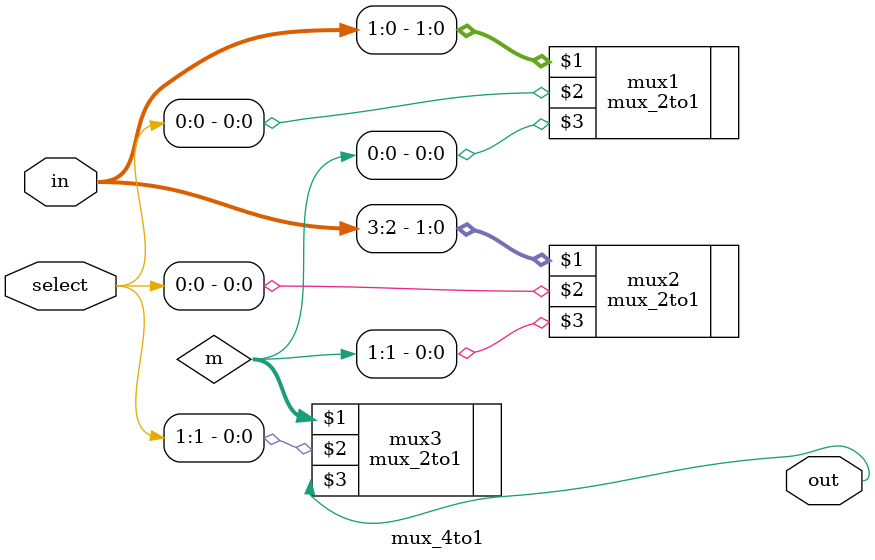
<source format=v>
`include "mux_2to1 (2).v"
module mux_4to1(input [3:0] in,input [1:0] select,output out);
    wire [1:0] m;

    mux_2to1 mux2(in[3:2],select[0],m[1]);
    mux_2to1 mux1(in[1:0],select[0],m[0]);
    
    mux_2to1 mux3(m,select[1],out);
endmodule
</source>
